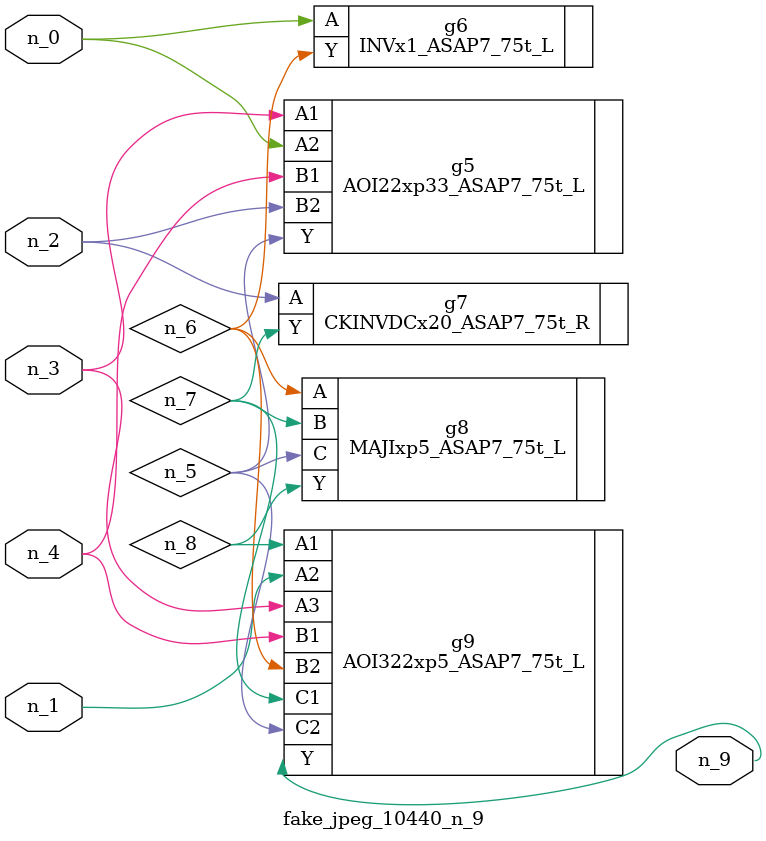
<source format=v>
module fake_jpeg_10440_n_9 (n_3, n_2, n_1, n_0, n_4, n_9);

input n_3;
input n_2;
input n_1;
input n_0;
input n_4;

output n_9;

wire n_8;
wire n_6;
wire n_5;
wire n_7;

AOI22xp33_ASAP7_75t_L g5 ( 
.A1(n_3),
.A2(n_0),
.B1(n_4),
.B2(n_2),
.Y(n_5)
);

INVx1_ASAP7_75t_L g6 ( 
.A(n_0),
.Y(n_6)
);

CKINVDCx20_ASAP7_75t_R g7 ( 
.A(n_2),
.Y(n_7)
);

MAJIxp5_ASAP7_75t_L g8 ( 
.A(n_6),
.B(n_7),
.C(n_5),
.Y(n_8)
);

AOI322xp5_ASAP7_75t_L g9 ( 
.A1(n_8),
.A2(n_1),
.A3(n_3),
.B1(n_4),
.B2(n_6),
.C1(n_7),
.C2(n_5),
.Y(n_9)
);


endmodule
</source>
